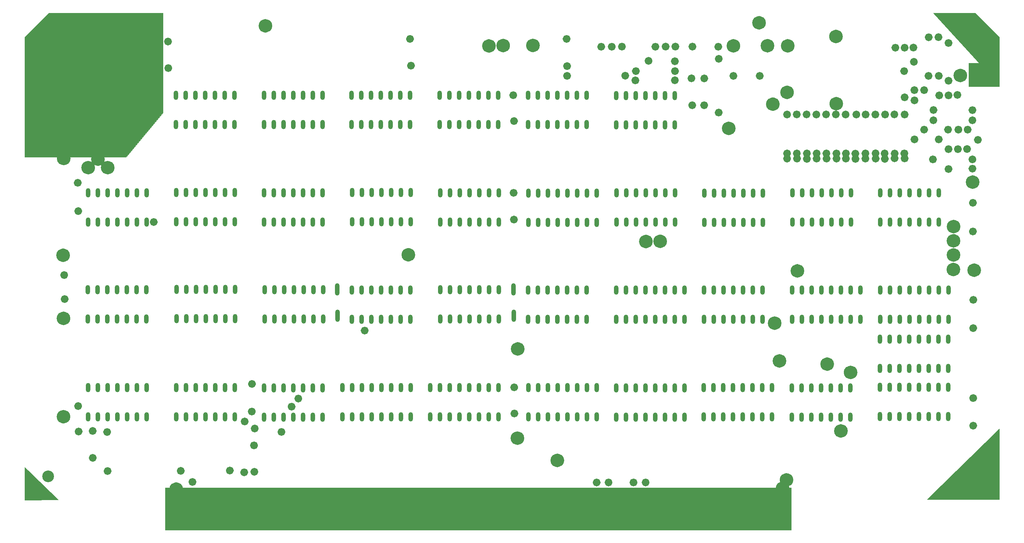
<source format=gbs>
G04 #@! TF.GenerationSoftware,KiCad,Pcbnew,8.0.6*
G04 #@! TF.CreationDate,2024-10-27T13:27:25-07:00*
G04 #@! TF.ProjectId,Dazzler1 Rev D,44617a7a-6c65-4723-9120-52657620442e,rev?*
G04 #@! TF.SameCoordinates,Original*
G04 #@! TF.FileFunction,Soldermask,Bot*
G04 #@! TF.FilePolarity,Negative*
%FSLAX46Y46*%
G04 Gerber Fmt 4.6, Leading zero omitted, Abs format (unit mm)*
G04 Created by KiCad (PCBNEW 8.0.6) date 2024-10-27 13:27:25*
%MOMM*%
%LPD*%
G01*
G04 APERTURE LIST*
%ADD10C,0.100000*%
%ADD11C,1.800000*%
%ADD12C,1.050000*%
%ADD13O,1.200000X2.400000*%
%ADD14C,3.048000*%
%ADD15O,1.200000X3.200000*%
%ADD16O,3.500000X3.500000*%
%ADD17C,1.905000*%
%ADD18O,1.905000X2.000000*%
%ADD19R,1.778000X8.382000*%
G04 APERTURE END LIST*
D10*
X57500000Y-149000000D02*
X220500000Y-149000000D01*
X220500000Y-160000000D01*
X57500000Y-160000000D01*
X57500000Y-149000000D01*
G36*
X57500000Y-149000000D02*
G01*
X220500000Y-149000000D01*
X220500000Y-160000000D01*
X57500000Y-160000000D01*
X57500000Y-149000000D01*
G37*
D11*
X61275800Y-149377400D02*
G75*
G02*
X59475800Y-149377400I-900000J0D01*
G01*
X59475800Y-149377400D02*
G75*
G02*
X61275800Y-149377400I900000J0D01*
G01*
X219162200Y-149174200D02*
G75*
G02*
X217362200Y-149174200I-900000J0D01*
G01*
X217362200Y-149174200D02*
G75*
G02*
X219162200Y-149174200I900000J0D01*
G01*
X220178200Y-146989800D02*
G75*
G02*
X218378200Y-146989800I-900000J0D01*
G01*
X218378200Y-146989800D02*
G75*
G02*
X220178200Y-146989800I900000J0D01*
G01*
X31938800Y-130530600D02*
G75*
G02*
X30138800Y-130530600I-900000J0D01*
G01*
X30138800Y-130530600D02*
G75*
G02*
X31938800Y-130530600I900000J0D01*
G01*
X31938800Y-104927400D02*
G75*
G02*
X30138800Y-104927400I-900000J0D01*
G01*
X30138800Y-104927400D02*
G75*
G02*
X31938800Y-104927400I900000J0D01*
G01*
X31837200Y-88493600D02*
G75*
G02*
X30037200Y-88493600I-900000J0D01*
G01*
X30037200Y-88493600D02*
G75*
G02*
X31837200Y-88493600I900000J0D01*
G01*
X43445000Y-65674600D02*
G75*
G02*
X41645000Y-65674600I-900000J0D01*
G01*
X41645000Y-65674600D02*
G75*
G02*
X43445000Y-65674600I900000J0D01*
G01*
X38365000Y-65674600D02*
G75*
G02*
X36565000Y-65674600I-900000J0D01*
G01*
X36565000Y-65674600D02*
G75*
G02*
X38365000Y-65674600I900000J0D01*
G01*
X40905000Y-63474600D02*
G75*
G02*
X39105000Y-63474600I-900000J0D01*
G01*
X39105000Y-63474600D02*
G75*
G02*
X40905000Y-63474600I900000J0D01*
G01*
X31989600Y-63296800D02*
G75*
G02*
X30189600Y-63296800I-900000J0D01*
G01*
X30189600Y-63296800D02*
G75*
G02*
X31989600Y-63296800I900000J0D01*
G01*
X233132200Y-49022000D02*
G75*
G02*
X231332200Y-49022000I-900000J0D01*
G01*
X231332200Y-49022000D02*
G75*
G02*
X233132200Y-49022000I900000J0D01*
G01*
X216622200Y-49149000D02*
G75*
G02*
X214822200Y-49149000I-900000J0D01*
G01*
X214822200Y-49149000D02*
G75*
G02*
X216622200Y-49149000I900000J0D01*
G01*
X220330600Y-46075600D02*
G75*
G02*
X218530600Y-46075600I-900000J0D01*
G01*
X218530600Y-46075600D02*
G75*
G02*
X220330600Y-46075600I900000J0D01*
G01*
X220508400Y-33959800D02*
G75*
G02*
X218708400Y-33959800I-900000J0D01*
G01*
X218708400Y-33959800D02*
G75*
G02*
X220508400Y-33959800I900000J0D01*
G01*
D12*
X222546400Y-63322200D02*
G75*
G02*
X221496400Y-63322200I-525000J0D01*
G01*
X221496400Y-63322200D02*
G75*
G02*
X222546400Y-63322200I525000J0D01*
G01*
X55058800Y-79832200D02*
G75*
G02*
X54008800Y-79832200I-525000J0D01*
G01*
X54008800Y-79832200D02*
G75*
G02*
X55058800Y-79832200I525000J0D01*
G01*
X245482600Y-51841400D02*
G75*
G02*
X244432600Y-51841400I-525000J0D01*
G01*
X244432600Y-51841400D02*
G75*
G02*
X245482600Y-51841400I525000J0D01*
G01*
X148759400Y-72237600D02*
G75*
G02*
X147709400Y-72237600I-525000J0D01*
G01*
X147709400Y-72237600D02*
G75*
G02*
X148759400Y-72237600I525000J0D01*
G01*
X261992600Y-60858400D02*
G75*
G02*
X260942600Y-60858400I-525000J0D01*
G01*
X260942600Y-60858400D02*
G75*
G02*
X261992600Y-60858400I525000J0D01*
G01*
X253128000Y-48158400D02*
G75*
G02*
X252078000Y-48158400I-525000J0D01*
G01*
X252078000Y-48158400D02*
G75*
G02*
X253128000Y-48158400I525000J0D01*
G01*
X78731600Y-131775200D02*
G75*
G02*
X77681600Y-131775200I-525000J0D01*
G01*
X77681600Y-131775200D02*
G75*
G02*
X78731600Y-131775200I525000J0D01*
G01*
X170374800Y-147650200D02*
G75*
G02*
X169324800Y-147650200I-525000J0D01*
G01*
X169324800Y-147650200D02*
G75*
G02*
X170374800Y-147650200I525000J0D01*
G01*
X177817000Y-41732200D02*
G75*
G02*
X176767000Y-41732200I-525000J0D01*
G01*
X176767000Y-41732200D02*
G75*
G02*
X177817000Y-41732200I525000J0D01*
G01*
X237735600Y-62026800D02*
G75*
G02*
X236685600Y-62026800I-525000J0D01*
G01*
X236685600Y-62026800D02*
G75*
G02*
X237735600Y-62026800I525000J0D01*
G01*
X195063600Y-42418000D02*
G75*
G02*
X194013600Y-42418000I-525000J0D01*
G01*
X194013600Y-42418000D02*
G75*
G02*
X195063600Y-42418000I525000J0D01*
G01*
X222470200Y-51816000D02*
G75*
G02*
X221420200Y-51816000I-525000J0D01*
G01*
X221420200Y-51816000D02*
G75*
G02*
X222470200Y-51816000I525000J0D01*
G01*
X39158400Y-134239000D02*
G75*
G02*
X38108400Y-134239000I-525000J0D01*
G01*
X38108400Y-134239000D02*
G75*
G02*
X39158400Y-134239000I525000J0D01*
G01*
X227651800Y-63322200D02*
G75*
G02*
X226601800Y-63322200I-525000J0D01*
G01*
X226601800Y-63322200D02*
G75*
G02*
X227651800Y-63322200I525000J0D01*
G01*
X148657800Y-46812200D02*
G75*
G02*
X147607800Y-46812200I-525000J0D01*
G01*
X147607800Y-46812200D02*
G75*
G02*
X148657800Y-46812200I525000J0D01*
G01*
X245355600Y-61976000D02*
G75*
G02*
X244305600Y-61976000I-525000J0D01*
G01*
X244305600Y-61976000D02*
G75*
G02*
X245355600Y-61976000I525000J0D01*
G01*
X242942600Y-51841400D02*
G75*
G02*
X241892600Y-51841400I-525000J0D01*
G01*
X241892600Y-51841400D02*
G75*
G02*
X242942600Y-51841400I525000J0D01*
G01*
X268215600Y-65938400D02*
G75*
G02*
X267165600Y-65938400I-525000J0D01*
G01*
X267165600Y-65938400D02*
G75*
G02*
X268215600Y-65938400I525000J0D01*
G01*
X81347800Y-133604000D02*
G75*
G02*
X80297800Y-133604000I-525000J0D01*
G01*
X80297800Y-133604000D02*
G75*
G02*
X81347800Y-133604000I525000J0D01*
G01*
X185665600Y-34188400D02*
G75*
G02*
X184615600Y-34188400I-525000J0D01*
G01*
X184615600Y-34188400D02*
G75*
G02*
X185665600Y-34188400I525000J0D01*
G01*
X121784600Y-32156400D02*
G75*
G02*
X120734600Y-32156400I-525000J0D01*
G01*
X120734600Y-32156400D02*
G75*
G02*
X121784600Y-32156400I525000J0D01*
G01*
X190745600Y-37973000D02*
G75*
G02*
X189695600Y-37973000I-525000J0D01*
G01*
X189695600Y-37973000D02*
G75*
G02*
X190745600Y-37973000I525000J0D01*
G01*
X65142600Y-147523200D02*
G75*
G02*
X64092600Y-147523200I-525000J0D01*
G01*
X64092600Y-147523200D02*
G75*
G02*
X65142600Y-147523200I525000J0D01*
G01*
X205985600Y-41783000D02*
G75*
G02*
X204935600Y-41783000I-525000J0D01*
G01*
X204935600Y-41783000D02*
G75*
G02*
X205985600Y-41783000I525000J0D01*
G01*
X148962600Y-129692400D02*
G75*
G02*
X147912600Y-129692400I-525000J0D01*
G01*
X147912600Y-129692400D02*
G75*
G02*
X148962600Y-129692400I525000J0D01*
G01*
X253102600Y-45491400D02*
G75*
G02*
X252052600Y-45491400I-525000J0D01*
G01*
X252052600Y-45491400D02*
G75*
G02*
X253102600Y-45491400I525000J0D01*
G01*
X242993400Y-61950600D02*
G75*
G02*
X241943400Y-61950600I-525000J0D01*
G01*
X241943400Y-61950600D02*
G75*
G02*
X242993400Y-61950600I525000J0D01*
G01*
X162678600Y-41783000D02*
G75*
G02*
X161628600Y-41783000I-525000J0D01*
G01*
X161628600Y-41783000D02*
G75*
G02*
X162678600Y-41783000I525000J0D01*
G01*
X148835600Y-79197200D02*
G75*
G02*
X147785600Y-79197200I-525000J0D01*
G01*
X147785600Y-79197200D02*
G75*
G02*
X148835600Y-79197200I525000J0D01*
G01*
X255642600Y-55778400D02*
G75*
G02*
X254592600Y-55778400I-525000J0D01*
G01*
X254592600Y-55778400D02*
G75*
G02*
X255642600Y-55778400I525000J0D01*
G01*
X180585600Y-40538400D02*
G75*
G02*
X179535600Y-40538400I-525000J0D01*
G01*
X179535600Y-40538400D02*
G75*
G02*
X180585600Y-40538400I525000J0D01*
G01*
X225111800Y-61976000D02*
G75*
G02*
X224061800Y-61976000I-525000J0D01*
G01*
X224061800Y-61976000D02*
G75*
G02*
X225111800Y-61976000I525000J0D01*
G01*
X252848600Y-34417000D02*
G75*
G02*
X251798600Y-34417000I-525000J0D01*
G01*
X251798600Y-34417000D02*
G75*
G02*
X252848600Y-34417000I525000J0D01*
G01*
X92701600Y-125806200D02*
G75*
G02*
X91651600Y-125806200I-525000J0D01*
G01*
X91651600Y-125806200D02*
G75*
G02*
X92701600Y-125806200I525000J0D01*
G01*
X171568600Y-34188400D02*
G75*
G02*
X170518600Y-34188400I-525000J0D01*
G01*
X170518600Y-34188400D02*
G75*
G02*
X171568600Y-34188400I525000J0D01*
G01*
X261865600Y-55778400D02*
G75*
G02*
X260815600Y-55778400I-525000J0D01*
G01*
X260815600Y-55778400D02*
G75*
G02*
X261865600Y-55778400I525000J0D01*
G01*
X268418800Y-107467400D02*
G75*
G02*
X267368800Y-107467400I-525000J0D01*
G01*
X267368800Y-107467400D02*
G75*
G02*
X268418800Y-107467400I525000J0D01*
G01*
X230115600Y-51816000D02*
G75*
G02*
X229065600Y-51816000I-525000J0D01*
G01*
X229065600Y-51816000D02*
G75*
G02*
X230115600Y-51816000I525000J0D01*
G01*
X180458600Y-42951400D02*
G75*
G02*
X179408600Y-42951400I-525000J0D01*
G01*
X179408600Y-42951400D02*
G75*
G02*
X180458600Y-42951400I525000J0D01*
G01*
X259579600Y-46863000D02*
G75*
G02*
X258529600Y-46863000I-525000J0D01*
G01*
X258529600Y-46863000D02*
G75*
G02*
X259579600Y-46863000I525000J0D01*
G01*
X259376400Y-31699200D02*
G75*
G02*
X258326400Y-31699200I-525000J0D01*
G01*
X258326400Y-31699200D02*
G75*
G02*
X259376400Y-31699200I525000J0D01*
G01*
X225035600Y-51816000D02*
G75*
G02*
X223985600Y-51816000I-525000J0D01*
G01*
X223985600Y-51816000D02*
G75*
G02*
X225035600Y-51816000I525000J0D01*
G01*
X232833400Y-63322200D02*
G75*
G02*
X231783400Y-63322200I-525000J0D01*
G01*
X231783400Y-63322200D02*
G75*
G02*
X232833400Y-63322200I525000J0D01*
G01*
X261992600Y-43053000D02*
G75*
G02*
X260942600Y-43053000I-525000J0D01*
G01*
X260942600Y-43053000D02*
G75*
G02*
X261992600Y-43053000I525000J0D01*
G01*
X190745600Y-42926000D02*
G75*
G02*
X189695600Y-42926000I-525000J0D01*
G01*
X189695600Y-42926000D02*
G75*
G02*
X190745600Y-42926000I525000J0D01*
G01*
X261992600Y-66040000D02*
G75*
G02*
X260942600Y-66040000I-525000J0D01*
G01*
X260942600Y-66040000D02*
G75*
G02*
X261992600Y-66040000I525000J0D01*
G01*
X188332600Y-34163000D02*
G75*
G02*
X187282600Y-34163000I-525000J0D01*
G01*
X187282600Y-34163000D02*
G75*
G02*
X188332600Y-34163000I525000J0D01*
G01*
X256836400Y-31724600D02*
G75*
G02*
X255786400Y-31724600I-525000J0D01*
G01*
X255786400Y-31724600D02*
G75*
G02*
X256836400Y-31724600I525000J0D01*
G01*
X261992600Y-33223200D02*
G75*
G02*
X260942600Y-33223200I-525000J0D01*
G01*
X260942600Y-33223200D02*
G75*
G02*
X261992600Y-33223200I525000J0D01*
G01*
X35399200Y-76987400D02*
G75*
G02*
X34349200Y-76987400I-525000J0D01*
G01*
X34349200Y-76987400D02*
G75*
G02*
X35399200Y-76987400I525000J0D01*
G01*
X258081000Y-50673000D02*
G75*
G02*
X257031000Y-50673000I-525000J0D01*
G01*
X257031000Y-50673000D02*
G75*
G02*
X258081000Y-50673000I525000J0D01*
G01*
X162551600Y-32156400D02*
G75*
G02*
X161501600Y-32156400I-525000J0D01*
G01*
X161501600Y-32156400D02*
G75*
G02*
X162551600Y-32156400I525000J0D01*
G01*
X250562600Y-51841400D02*
G75*
G02*
X249512600Y-51841400I-525000J0D01*
G01*
X249512600Y-51841400D02*
G75*
G02*
X250562600Y-51841400I525000J0D01*
G01*
X62094600Y-144627600D02*
G75*
G02*
X61044600Y-144627600I-525000J0D01*
G01*
X61044600Y-144627600D02*
G75*
G02*
X62094600Y-144627600I525000J0D01*
G01*
X243018800Y-63322200D02*
G75*
G02*
X241968800Y-63322200I-525000J0D01*
G01*
X241968800Y-63322200D02*
G75*
G02*
X243018800Y-63322200I525000J0D01*
G01*
X261992600Y-46863000D02*
G75*
G02*
X260942600Y-46863000I-525000J0D01*
G01*
X260942600Y-46863000D02*
G75*
G02*
X261992600Y-46863000I525000J0D01*
G01*
X232655600Y-51816000D02*
G75*
G02*
X231605600Y-51816000I-525000J0D01*
G01*
X231605600Y-51816000D02*
G75*
G02*
X232655600Y-51816000I525000J0D01*
G01*
X268215600Y-53340000D02*
G75*
G02*
X267165600Y-53340000I-525000J0D01*
G01*
X267165600Y-53340000D02*
G75*
G02*
X268215600Y-53340000I525000J0D01*
G01*
X195266800Y-49428400D02*
G75*
G02*
X194216800Y-49428400I-525000J0D01*
G01*
X194216800Y-49428400D02*
G75*
G02*
X195266800Y-49428400I525000J0D01*
G01*
X173473600Y-147650200D02*
G75*
G02*
X172423600Y-147650200I-525000J0D01*
G01*
X172423600Y-147650200D02*
G75*
G02*
X173473600Y-147650200I525000J0D01*
G01*
X35373800Y-127762000D02*
G75*
G02*
X34323800Y-127762000I-525000J0D01*
G01*
X34323800Y-127762000D02*
G75*
G02*
X35373800Y-127762000I525000J0D01*
G01*
X247946400Y-63246000D02*
G75*
G02*
X246896400Y-63246000I-525000J0D01*
G01*
X246896400Y-63246000D02*
G75*
G02*
X247946400Y-63246000I525000J0D01*
G01*
X230242600Y-63322200D02*
G75*
G02*
X229192600Y-63322200I-525000J0D01*
G01*
X229192600Y-63322200D02*
G75*
G02*
X230242600Y-63322200I525000J0D01*
G01*
X240351800Y-63322200D02*
G75*
G02*
X239301800Y-63322200I-525000J0D01*
G01*
X239301800Y-63322200D02*
G75*
G02*
X240351800Y-63322200I525000J0D01*
G01*
X39183800Y-141249400D02*
G75*
G02*
X38133800Y-141249400I-525000J0D01*
G01*
X38133800Y-141249400D02*
G75*
G02*
X39183800Y-141249400I525000J0D01*
G01*
X268342600Y-74828400D02*
G75*
G02*
X267292600Y-74828400I-525000J0D01*
G01*
X267292600Y-74828400D02*
G75*
G02*
X268342600Y-74828400I525000J0D01*
G01*
X245406400Y-63398400D02*
G75*
G02*
X244356400Y-63398400I-525000J0D01*
G01*
X244356400Y-63398400D02*
G75*
G02*
X245406400Y-63398400I525000J0D01*
G01*
X247895600Y-51816000D02*
G75*
G02*
X246845600Y-51816000I-525000J0D01*
G01*
X246845600Y-51816000D02*
G75*
G02*
X247895600Y-51816000I525000J0D01*
G01*
X268418800Y-132867400D02*
G75*
G02*
X267368800Y-132867400I-525000J0D01*
G01*
X267368800Y-132867400D02*
G75*
G02*
X268418800Y-132867400I525000J0D01*
G01*
X237761000Y-63398400D02*
G75*
G02*
X236711000Y-63398400I-525000J0D01*
G01*
X236711000Y-63398400D02*
G75*
G02*
X237761000Y-63398400I525000J0D01*
G01*
X225111800Y-63398400D02*
G75*
G02*
X224061800Y-63398400I-525000J0D01*
G01*
X224061800Y-63398400D02*
G75*
G02*
X225111800Y-63398400I525000J0D01*
G01*
X269638000Y-58445400D02*
G75*
G02*
X268588000Y-58445400I-525000J0D01*
G01*
X268588000Y-58445400D02*
G75*
G02*
X269638000Y-58445400I525000J0D01*
G01*
X81246200Y-144881600D02*
G75*
G02*
X80196200Y-144881600I-525000J0D01*
G01*
X80196200Y-144881600D02*
G75*
G02*
X81246200Y-144881600I525000J0D01*
G01*
X88307400Y-134493000D02*
G75*
G02*
X87257400Y-134493000I-525000J0D01*
G01*
X87257400Y-134493000D02*
G75*
G02*
X88307400Y-134493000I525000J0D01*
G01*
X148911800Y-122885200D02*
G75*
G02*
X147861800Y-122885200I-525000J0D01*
G01*
X147861800Y-122885200D02*
G75*
G02*
X148911800Y-122885200I525000J0D01*
G01*
X235271800Y-61976000D02*
G75*
G02*
X234221800Y-61976000I-525000J0D01*
G01*
X234221800Y-61976000D02*
G75*
G02*
X235271800Y-61976000I525000J0D01*
G01*
X219955600Y-61976000D02*
G75*
G02*
X218905600Y-61976000I-525000J0D01*
G01*
X218905600Y-61976000D02*
G75*
G02*
X219955600Y-61976000I525000J0D01*
G01*
X198365600Y-49428400D02*
G75*
G02*
X197315600Y-49428400I-525000J0D01*
G01*
X197315600Y-49428400D02*
G75*
G02*
X198365600Y-49428400I525000J0D01*
G01*
X259452600Y-58318400D02*
G75*
G02*
X258402600Y-58318400I-525000J0D01*
G01*
X258402600Y-58318400D02*
G75*
G02*
X259452600Y-58318400I525000J0D01*
G01*
X258055600Y-53340000D02*
G75*
G02*
X257005600Y-53340000I-525000J0D01*
G01*
X257005600Y-53340000D02*
G75*
G02*
X258055600Y-53340000I525000J0D01*
G01*
X195317600Y-34163000D02*
G75*
G02*
X194267600Y-34163000I-525000J0D01*
G01*
X194267600Y-34163000D02*
G75*
G02*
X195317600Y-34163000I525000J0D01*
G01*
X227575600Y-51841400D02*
G75*
G02*
X226525600Y-51841400I-525000J0D01*
G01*
X226525600Y-51841400D02*
G75*
G02*
X227575600Y-51841400I525000J0D01*
G01*
X80636600Y-121996200D02*
G75*
G02*
X79586600Y-121996200I-525000J0D01*
G01*
X79586600Y-121996200D02*
G75*
G02*
X80636600Y-121996200I525000J0D01*
G01*
X250562600Y-63271400D02*
G75*
G02*
X249512600Y-63271400I-525000J0D01*
G01*
X249512600Y-63271400D02*
G75*
G02*
X250562600Y-63271400I525000J0D01*
G01*
X202048600Y-34188400D02*
G75*
G02*
X200998600Y-34188400I-525000J0D01*
G01*
X200998600Y-34188400D02*
G75*
G02*
X202048600Y-34188400I525000J0D01*
G01*
X255642600Y-45491400D02*
G75*
G02*
X254592600Y-45491400I-525000J0D01*
G01*
X254592600Y-45491400D02*
G75*
G02*
X255642600Y-45491400I525000J0D01*
G01*
X253128000Y-58318400D02*
G75*
G02*
X252078000Y-58318400I-525000J0D01*
G01*
X252078000Y-58318400D02*
G75*
G02*
X253128000Y-58318400I525000J0D01*
G01*
X80585800Y-129184400D02*
G75*
G02*
X79535800Y-129184400I-525000J0D01*
G01*
X79535800Y-129184400D02*
G75*
G02*
X80585800Y-129184400I525000J0D01*
G01*
X31868600Y-99898200D02*
G75*
G02*
X30818600Y-99898200I-525000J0D01*
G01*
X30818600Y-99898200D02*
G75*
G02*
X31868600Y-99898200I525000J0D01*
G01*
X109973600Y-108102400D02*
G75*
G02*
X108923600Y-108102400I-525000J0D01*
G01*
X108923600Y-108102400D02*
G75*
G02*
X109973600Y-108102400I525000J0D01*
G01*
X266818600Y-60833000D02*
G75*
G02*
X265768600Y-60833000I-525000J0D01*
G01*
X265768600Y-60833000D02*
G75*
G02*
X266818600Y-60833000I525000J0D01*
G01*
X235195600Y-51841400D02*
G75*
G02*
X234145600Y-51841400I-525000J0D01*
G01*
X234145600Y-51841400D02*
G75*
G02*
X235195600Y-51841400I525000J0D01*
G01*
X90949000Y-127914400D02*
G75*
G02*
X89899000Y-127914400I-525000J0D01*
G01*
X89899000Y-127914400D02*
G75*
G02*
X90949000Y-127914400I525000J0D01*
G01*
X268215600Y-63525400D02*
G75*
G02*
X267165600Y-63525400I-525000J0D01*
G01*
X267165600Y-63525400D02*
G75*
G02*
X268215600Y-63525400I525000J0D01*
G01*
X179976000Y-147650200D02*
G75*
G02*
X178926000Y-147650200I-525000J0D01*
G01*
X178926000Y-147650200D02*
G75*
G02*
X179976000Y-147650200I525000J0D01*
G01*
X202150200Y-51333400D02*
G75*
G02*
X201100200Y-51333400I-525000J0D01*
G01*
X201100200Y-51333400D02*
G75*
G02*
X202150200Y-51333400I525000J0D01*
G01*
X198391000Y-42443400D02*
G75*
G02*
X197341000Y-42443400I-525000J0D01*
G01*
X197341000Y-42443400D02*
G75*
G02*
X198391000Y-42443400I525000J0D01*
G01*
X250562600Y-34442400D02*
G75*
G02*
X249512600Y-34442400I-525000J0D01*
G01*
X249512600Y-34442400D02*
G75*
G02*
X250562600Y-34442400I525000J0D01*
G01*
X190771000Y-40538400D02*
G75*
G02*
X189721000Y-40538400I-525000J0D01*
G01*
X189721000Y-40538400D02*
G75*
G02*
X190771000Y-40538400I525000J0D01*
G01*
X202175600Y-37338000D02*
G75*
G02*
X201125600Y-37338000I-525000J0D01*
G01*
X201125600Y-37338000D02*
G75*
G02*
X202175600Y-37338000I525000J0D01*
G01*
X183125600Y-147650200D02*
G75*
G02*
X182075600Y-147650200I-525000J0D01*
G01*
X182075600Y-147650200D02*
G75*
G02*
X183125600Y-147650200I525000J0D01*
G01*
X212843600Y-41783000D02*
G75*
G02*
X211793600Y-41783000I-525000J0D01*
G01*
X211793600Y-41783000D02*
G75*
G02*
X212843600Y-41783000I525000J0D01*
G01*
X190872600Y-34163000D02*
G75*
G02*
X189822600Y-34163000I-525000J0D01*
G01*
X189822600Y-34163000D02*
G75*
G02*
X190872600Y-34163000I525000J0D01*
G01*
X219955600Y-63322200D02*
G75*
G02*
X218905600Y-63322200I-525000J0D01*
G01*
X218905600Y-63322200D02*
G75*
G02*
X219955600Y-63322200I525000J0D01*
G01*
X43044600Y-144678400D02*
G75*
G02*
X41994600Y-144678400I-525000J0D01*
G01*
X41994600Y-144678400D02*
G75*
G02*
X43044600Y-144678400I525000J0D01*
G01*
X78604600Y-145008600D02*
G75*
G02*
X77554600Y-145008600I-525000J0D01*
G01*
X77554600Y-145008600D02*
G75*
G02*
X78604600Y-145008600I525000J0D01*
G01*
X174311800Y-34188400D02*
G75*
G02*
X173261800Y-34188400I-525000J0D01*
G01*
X173261800Y-34188400D02*
G75*
G02*
X174311800Y-34188400I525000J0D01*
G01*
X74870800Y-144551400D02*
G75*
G02*
X73820800Y-144551400I-525000J0D01*
G01*
X73820800Y-144551400D02*
G75*
G02*
X74870800Y-144551400I525000J0D01*
G01*
X31741600Y-93649800D02*
G75*
G02*
X30691600Y-93649800I-525000J0D01*
G01*
X30691600Y-93649800D02*
G75*
G02*
X31741600Y-93649800I525000J0D01*
G01*
X268418800Y-125679200D02*
G75*
G02*
X267368800Y-125679200I-525000J0D01*
G01*
X267368800Y-125679200D02*
G75*
G02*
X268418800Y-125679200I525000J0D01*
G01*
X259452600Y-41783000D02*
G75*
G02*
X258402600Y-41783000I-525000J0D01*
G01*
X258402600Y-41783000D02*
G75*
G02*
X259452600Y-41783000I525000J0D01*
G01*
X264431000Y-60858400D02*
G75*
G02*
X263381000Y-60858400I-525000J0D01*
G01*
X263381000Y-60858400D02*
G75*
G02*
X264431000Y-60858400I525000J0D01*
G01*
X248149600Y-34442400D02*
G75*
G02*
X247099600Y-34442400I-525000J0D01*
G01*
X247099600Y-34442400D02*
G75*
G02*
X248149600Y-34442400I525000J0D01*
G01*
X268444200Y-100101400D02*
G75*
G02*
X267394200Y-100101400I-525000J0D01*
G01*
X267394200Y-100101400D02*
G75*
G02*
X268444200Y-100101400I525000J0D01*
G01*
X247971800Y-62001400D02*
G75*
G02*
X246921800Y-62001400I-525000J0D01*
G01*
X246921800Y-62001400D02*
G75*
G02*
X247971800Y-62001400I525000J0D01*
G01*
X268215600Y-50698400D02*
G75*
G02*
X267165600Y-50698400I-525000J0D01*
G01*
X267165600Y-50698400D02*
G75*
G02*
X268215600Y-50698400I525000J0D01*
G01*
X237989600Y-51841400D02*
G75*
G02*
X236939600Y-51841400I-525000J0D01*
G01*
X236939600Y-51841400D02*
G75*
G02*
X237989600Y-51841400I525000J0D01*
G01*
X252975600Y-38125400D02*
G75*
G02*
X251925600Y-38125400I-525000J0D01*
G01*
X251925600Y-38125400D02*
G75*
G02*
X252975600Y-38125400I525000J0D01*
G01*
X148861000Y-53543200D02*
G75*
G02*
X147811000Y-53543200I-525000J0D01*
G01*
X147811000Y-53543200D02*
G75*
G02*
X148861000Y-53543200I525000J0D01*
G01*
X222495600Y-61976000D02*
G75*
G02*
X221445600Y-61976000I-525000J0D01*
G01*
X221445600Y-61976000D02*
G75*
G02*
X222495600Y-61976000I525000J0D01*
G01*
X257928600Y-63525400D02*
G75*
G02*
X256878600Y-63525400I-525000J0D01*
G01*
X256878600Y-63525400D02*
G75*
G02*
X257928600Y-63525400I525000J0D01*
G01*
X240402600Y-51841400D02*
G75*
G02*
X239352600Y-51841400I-525000J0D01*
G01*
X239352600Y-51841400D02*
G75*
G02*
X240402600Y-51841400I525000J0D01*
G01*
X227651800Y-61976000D02*
G75*
G02*
X226601800Y-61976000I-525000J0D01*
G01*
X226601800Y-61976000D02*
G75*
G02*
X227651800Y-61976000I525000J0D01*
G01*
X42917600Y-134518400D02*
G75*
G02*
X41867600Y-134518400I-525000J0D01*
G01*
X41867600Y-134518400D02*
G75*
G02*
X42917600Y-134518400I525000J0D01*
G01*
X232808000Y-61976000D02*
G75*
G02*
X231758000Y-61976000I-525000J0D01*
G01*
X231758000Y-61976000D02*
G75*
G02*
X232808000Y-61976000I525000J0D01*
G01*
X256785600Y-41783000D02*
G75*
G02*
X255735600Y-41783000I-525000J0D01*
G01*
X255735600Y-41783000D02*
G75*
G02*
X256785600Y-41783000I525000J0D01*
G01*
X81170000Y-137998200D02*
G75*
G02*
X80120000Y-137998200I-525000J0D01*
G01*
X80120000Y-137998200D02*
G75*
G02*
X81170000Y-137998200I525000J0D01*
G01*
X58767200Y-32842200D02*
G75*
G02*
X57717200Y-32842200I-525000J0D01*
G01*
X57717200Y-32842200D02*
G75*
G02*
X58767200Y-32842200I525000J0D01*
G01*
X35272200Y-69621400D02*
G75*
G02*
X34222200Y-69621400I-525000J0D01*
G01*
X34222200Y-69621400D02*
G75*
G02*
X35272200Y-69621400I525000J0D01*
G01*
X250435600Y-40538400D02*
G75*
G02*
X249385600Y-40538400I-525000J0D01*
G01*
X249385600Y-40538400D02*
G75*
G02*
X250435600Y-40538400I525000J0D01*
G01*
X176953400Y-34163000D02*
G75*
G02*
X175903400Y-34163000I-525000J0D01*
G01*
X175903400Y-34163000D02*
G75*
G02*
X176953400Y-34163000I525000J0D01*
G01*
X266971000Y-55778400D02*
G75*
G02*
X265921000Y-55778400I-525000J0D01*
G01*
X265921000Y-55778400D02*
G75*
G02*
X266971000Y-55778400I525000J0D01*
G01*
X58843400Y-39751000D02*
G75*
G02*
X57793400Y-39751000I-525000J0D01*
G01*
X57793400Y-39751000D02*
G75*
G02*
X58843400Y-39751000I525000J0D01*
G01*
X219955600Y-51841400D02*
G75*
G02*
X218905600Y-51841400I-525000J0D01*
G01*
X218905600Y-51841400D02*
G75*
G02*
X219955600Y-51841400I525000J0D01*
G01*
X250486400Y-61976000D02*
G75*
G02*
X249436400Y-61976000I-525000J0D01*
G01*
X249436400Y-61976000D02*
G75*
G02*
X250486400Y-61976000I525000J0D01*
G01*
X230191800Y-61976000D02*
G75*
G02*
X229141800Y-61976000I-525000J0D01*
G01*
X229141800Y-61976000D02*
G75*
G02*
X230191800Y-61976000I525000J0D01*
G01*
X240351800Y-61976000D02*
G75*
G02*
X239301800Y-61976000I-525000J0D01*
G01*
X239301800Y-61976000D02*
G75*
G02*
X240351800Y-61976000I525000J0D01*
G01*
X250562600Y-47371000D02*
G75*
G02*
X249512600Y-47371000I-525000J0D01*
G01*
X249512600Y-47371000D02*
G75*
G02*
X250562600Y-47371000I525000J0D01*
G01*
X183887600Y-37871400D02*
G75*
G02*
X182837600Y-37871400I-525000J0D01*
G01*
X182837600Y-37871400D02*
G75*
G02*
X183887600Y-37871400I525000J0D01*
G01*
X264558000Y-55778400D02*
G75*
G02*
X263508000Y-55778400I-525000J0D01*
G01*
X263508000Y-55778400D02*
G75*
G02*
X264558000Y-55778400I525000J0D01*
G01*
X35500800Y-134391400D02*
G75*
G02*
X34450800Y-134391400I-525000J0D01*
G01*
X34450800Y-134391400D02*
G75*
G02*
X35500800Y-134391400I525000J0D01*
G01*
X122038600Y-39116000D02*
G75*
G02*
X120988600Y-39116000I-525000J0D01*
G01*
X120988600Y-39116000D02*
G75*
G02*
X122038600Y-39116000I525000J0D01*
G01*
X264304000Y-46736000D02*
G75*
G02*
X263254000Y-46736000I-525000J0D01*
G01*
X263254000Y-46736000D02*
G75*
G02*
X264304000Y-46736000I525000J0D01*
G01*
X162678600Y-39243000D02*
G75*
G02*
X161628600Y-39243000I-525000J0D01*
G01*
X161628600Y-39243000D02*
G75*
G02*
X162678600Y-39243000I525000J0D01*
G01*
X268342600Y-82296000D02*
G75*
G02*
X267292600Y-82296000I-525000J0D01*
G01*
X267292600Y-82296000D02*
G75*
G02*
X268342600Y-82296000I525000J0D01*
G01*
X235271800Y-63322200D02*
G75*
G02*
X234221800Y-63322200I-525000J0D01*
G01*
X234221800Y-63322200D02*
G75*
G02*
X235271800Y-63322200I525000J0D01*
G01*
D11*
X263663000Y-88417400D02*
G75*
G02*
X261863000Y-88417400I-900000J0D01*
G01*
X261863000Y-88417400D02*
G75*
G02*
X263663000Y-88417400I900000J0D01*
G01*
X206360600Y-33959800D02*
G75*
G02*
X204560600Y-33959800I-900000J0D01*
G01*
X204560600Y-33959800D02*
G75*
G02*
X206360600Y-33959800I900000J0D01*
G01*
X263688400Y-81026000D02*
G75*
G02*
X261888400Y-81026000I-900000J0D01*
G01*
X261888400Y-81026000D02*
G75*
G02*
X263688400Y-81026000I900000J0D01*
G01*
X215225200Y-33934400D02*
G75*
G02*
X213425200Y-33934400I-900000J0D01*
G01*
X213425200Y-33934400D02*
G75*
G02*
X215225200Y-33934400I900000J0D01*
G01*
X234351400Y-134239000D02*
G75*
G02*
X232551400Y-134239000I-900000J0D01*
G01*
X232551400Y-134239000D02*
G75*
G02*
X234351400Y-134239000I900000J0D01*
G01*
X142708200Y-33985200D02*
G75*
G02*
X140908200Y-33985200I-900000J0D01*
G01*
X140908200Y-33985200D02*
G75*
G02*
X142708200Y-33985200I900000J0D01*
G01*
X187285200Y-84861400D02*
G75*
G02*
X185485200Y-84861400I-900000J0D01*
G01*
X185485200Y-84861400D02*
G75*
G02*
X187285200Y-84861400I900000J0D01*
G01*
X150201200Y-112877600D02*
G75*
G02*
X148401200Y-112877600I-900000J0D01*
G01*
X148401200Y-112877600D02*
G75*
G02*
X150201200Y-112877600I900000J0D01*
G01*
X263637600Y-92202000D02*
G75*
G02*
X261837600Y-92202000I-900000J0D01*
G01*
X261837600Y-92202000D02*
G75*
G02*
X263637600Y-92202000I900000J0D01*
G01*
X154163600Y-33858200D02*
G75*
G02*
X152363600Y-33858200I-900000J0D01*
G01*
X152363600Y-33858200D02*
G75*
G02*
X154163600Y-33858200I900000J0D01*
G01*
X150125000Y-136118600D02*
G75*
G02*
X148325000Y-136118600I-900000J0D01*
G01*
X148325000Y-136118600D02*
G75*
G02*
X150125000Y-136118600I900000J0D01*
G01*
X230770000Y-116840000D02*
G75*
G02*
X228970000Y-116840000I-900000J0D01*
G01*
X228970000Y-116840000D02*
G75*
G02*
X230770000Y-116840000I900000J0D01*
G01*
X265441000Y-41681400D02*
G75*
G02*
X263641000Y-41681400I-900000J0D01*
G01*
X263641000Y-41681400D02*
G75*
G02*
X265441000Y-41681400I900000J0D01*
G01*
X218349400Y-116001800D02*
G75*
G02*
X216549400Y-116001800I-900000J0D01*
G01*
X216549400Y-116001800D02*
G75*
G02*
X218349400Y-116001800I900000J0D01*
G01*
X183576800Y-84912200D02*
G75*
G02*
X181776800Y-84912200I-900000J0D01*
G01*
X181776800Y-84912200D02*
G75*
G02*
X183576800Y-84912200I900000J0D01*
G01*
X146416600Y-33883600D02*
G75*
G02*
X144616600Y-33883600I-900000J0D01*
G01*
X144616600Y-33883600D02*
G75*
G02*
X146416600Y-33883600I900000J0D01*
G01*
X121727800Y-88366600D02*
G75*
G02*
X119927800Y-88366600I-900000J0D01*
G01*
X119927800Y-88366600D02*
G75*
G02*
X121727800Y-88366600I900000J0D01*
G01*
X223023000Y-92557600D02*
G75*
G02*
X221223000Y-92557600I-900000J0D01*
G01*
X221223000Y-92557600D02*
G75*
G02*
X223023000Y-92557600I900000J0D01*
G01*
X236866000Y-118999000D02*
G75*
G02*
X235066000Y-118999000I-900000J0D01*
G01*
X235066000Y-118999000D02*
G75*
G02*
X236866000Y-118999000I900000J0D01*
G01*
X263663000Y-84734400D02*
G75*
G02*
X261863000Y-84734400I-900000J0D01*
G01*
X261863000Y-84734400D02*
G75*
G02*
X263663000Y-84734400I900000J0D01*
G01*
X160513600Y-141909800D02*
G75*
G02*
X158713600Y-141909800I-900000J0D01*
G01*
X158713600Y-141909800D02*
G75*
G02*
X160513600Y-141909800I900000J0D01*
G01*
X84516800Y-28752800D02*
G75*
G02*
X82716800Y-28752800I-900000J0D01*
G01*
X82716800Y-28752800D02*
G75*
G02*
X84516800Y-28752800I900000J0D01*
G01*
X233056000Y-31521400D02*
G75*
G02*
X231256000Y-31521400I-900000J0D01*
G01*
X231256000Y-31521400D02*
G75*
G02*
X233056000Y-31521400I900000J0D01*
G01*
X213040800Y-27965400D02*
G75*
G02*
X211240800Y-27965400I-900000J0D01*
G01*
X211240800Y-27965400D02*
G75*
G02*
X213040800Y-27965400I900000J0D01*
G01*
X268641400Y-69443600D02*
G75*
G02*
X266841400Y-69443600I-900000J0D01*
G01*
X266841400Y-69443600D02*
G75*
G02*
X268641400Y-69443600I900000J0D01*
G01*
X269047800Y-92379800D02*
G75*
G02*
X267247800Y-92379800I-900000J0D01*
G01*
X267247800Y-92379800D02*
G75*
G02*
X269047800Y-92379800I900000J0D01*
G01*
X205141400Y-55448200D02*
G75*
G02*
X203341400Y-55448200I-900000J0D01*
G01*
X203341400Y-55448200D02*
G75*
G02*
X205141400Y-55448200I900000J0D01*
G01*
X217104800Y-106172000D02*
G75*
G02*
X215304800Y-106172000I-900000J0D01*
G01*
X215304800Y-106172000D02*
G75*
G02*
X217104800Y-106172000I900000J0D01*
G01*
D10*
X29667200Y-152171400D02*
X20955000Y-152247600D01*
X20929600Y-143662400D01*
X29667200Y-152171400D01*
G36*
X29667200Y-152171400D02*
G01*
X20955000Y-152247600D01*
X20929600Y-143662400D01*
X29667200Y-152171400D01*
G37*
X56946800Y-51435000D02*
X47396400Y-62915800D01*
X20904200Y-62915800D01*
X20904200Y-31699200D01*
X27203400Y-25400000D01*
X56946800Y-25400000D01*
X56946800Y-51435000D01*
G36*
X56946800Y-51435000D02*
G01*
X47396400Y-62915800D01*
X20904200Y-62915800D01*
X20904200Y-31699200D01*
X27203400Y-25400000D01*
X56946800Y-25400000D01*
X56946800Y-51435000D01*
G37*
X274726400Y-31699200D02*
X274726400Y-44577000D01*
X266725400Y-44577000D01*
X266725400Y-38481000D01*
X269468600Y-38481000D01*
X257530600Y-25400000D01*
X268427200Y-25400000D01*
X274726400Y-31699200D01*
G36*
X274726400Y-31699200D02*
G01*
X274726400Y-44577000D01*
X266725400Y-44577000D01*
X266725400Y-38481000D01*
X269468600Y-38481000D01*
X257530600Y-25400000D01*
X268427200Y-25400000D01*
X274726400Y-31699200D01*
G37*
X274726400Y-152095200D02*
X255879600Y-152044400D01*
X274675600Y-133705600D01*
X274726400Y-152095200D01*
G36*
X274726400Y-152095200D02*
G01*
X255879600Y-152044400D01*
X274675600Y-133705600D01*
X274726400Y-152095200D01*
G37*
D13*
X129133600Y-105105200D03*
X131673600Y-105105200D03*
X134213600Y-105105200D03*
X136753600Y-105105200D03*
X139293600Y-105105200D03*
X141833600Y-105105200D03*
X144373600Y-105105200D03*
X144373600Y-97485200D03*
X141833600Y-97485200D03*
X139293600Y-97485200D03*
X136753600Y-97485200D03*
X134213600Y-97485200D03*
X131673600Y-97485200D03*
X129133600Y-97485200D03*
D14*
X268351000Y-146050000D03*
D13*
X106172000Y-79806800D03*
X108712000Y-79806800D03*
X111252000Y-79806800D03*
X113792000Y-79806800D03*
X116332000Y-79806800D03*
X118872000Y-79806800D03*
X121412000Y-79806800D03*
X121412000Y-72186800D03*
X118872000Y-72186800D03*
X116332000Y-72186800D03*
X113792000Y-72186800D03*
X111252000Y-72186800D03*
X108712000Y-72186800D03*
X106172000Y-72186800D03*
X243636800Y-130505200D03*
X246176800Y-130505200D03*
X248716800Y-130505200D03*
X251256800Y-130505200D03*
X253796800Y-130505200D03*
X256336800Y-130505200D03*
X258876800Y-130505200D03*
X261416800Y-130505200D03*
X261416800Y-122885200D03*
X258876800Y-122885200D03*
X256336800Y-122885200D03*
X253796800Y-122885200D03*
X251256800Y-122885200D03*
X248716800Y-122885200D03*
X246176800Y-122885200D03*
X243636800Y-122885200D03*
X220675200Y-130657600D03*
X223215200Y-130657600D03*
X225755200Y-130657600D03*
X228295200Y-130657600D03*
X230835200Y-130657600D03*
X233375200Y-130657600D03*
X235915200Y-130657600D03*
X235915200Y-123037600D03*
X233375200Y-123037600D03*
X230835200Y-123037600D03*
X228295200Y-123037600D03*
X225755200Y-123037600D03*
X223215200Y-123037600D03*
X220675200Y-123037600D03*
X197916800Y-79908400D03*
X200456800Y-79908400D03*
X202996800Y-79908400D03*
X205536800Y-79908400D03*
X208076800Y-79908400D03*
X210616800Y-79908400D03*
X213156800Y-79908400D03*
X213156800Y-72288400D03*
X210616800Y-72288400D03*
X208076800Y-72288400D03*
X205536800Y-72288400D03*
X202996800Y-72288400D03*
X200456800Y-72288400D03*
X197916800Y-72288400D03*
X60426600Y-130581400D03*
X62966600Y-130581400D03*
X65506600Y-130581400D03*
X68046600Y-130581400D03*
X70586600Y-130581400D03*
X73126600Y-130581400D03*
X75666600Y-130581400D03*
X75666600Y-122961400D03*
X73126600Y-122961400D03*
X70586600Y-122961400D03*
X68046600Y-122961400D03*
X65506600Y-122961400D03*
X62966600Y-122961400D03*
X60426600Y-122961400D03*
X83388200Y-105105200D03*
X85928200Y-105105200D03*
X88468200Y-105105200D03*
X91008200Y-105105200D03*
X93548200Y-105105200D03*
X96088200Y-105105200D03*
X98628200Y-105105200D03*
X98628200Y-97485200D03*
X96088200Y-97485200D03*
X93548200Y-97485200D03*
X91008200Y-97485200D03*
X88468200Y-97485200D03*
X85928200Y-97485200D03*
X83388200Y-97485200D03*
D14*
X27051000Y-146050000D03*
D15*
X102414400Y-104223800D03*
X148312200Y-104198400D03*
D13*
X106070400Y-54432200D03*
X108610400Y-54432200D03*
X111150400Y-54432200D03*
X113690400Y-54432200D03*
X116230400Y-54432200D03*
X118770400Y-54432200D03*
X121310400Y-54432200D03*
X121310400Y-46812200D03*
X118770400Y-46812200D03*
X116230400Y-46812200D03*
X113690400Y-46812200D03*
X111150400Y-46812200D03*
X108610400Y-46812200D03*
X106070400Y-46812200D03*
X243687600Y-79883000D03*
X246227600Y-79883000D03*
X248767600Y-79883000D03*
X251307600Y-79883000D03*
X253847600Y-79883000D03*
X256387600Y-79883000D03*
X258927600Y-79883000D03*
X258927600Y-72263000D03*
X256387600Y-72263000D03*
X253847600Y-72263000D03*
X251307600Y-72263000D03*
X248767600Y-72263000D03*
X246227600Y-72263000D03*
X243687600Y-72263000D03*
X83261200Y-79883000D03*
X85801200Y-79883000D03*
X88341200Y-79883000D03*
X90881200Y-79883000D03*
X93421200Y-79883000D03*
X95961200Y-79883000D03*
X98501200Y-79883000D03*
X98501200Y-72263000D03*
X95961200Y-72263000D03*
X93421200Y-72263000D03*
X90881200Y-72263000D03*
X88341200Y-72263000D03*
X85801200Y-72263000D03*
X83261200Y-72263000D03*
D14*
X27203400Y-30480000D03*
D13*
X129133600Y-79832200D03*
X131673600Y-79832200D03*
X134213600Y-79832200D03*
X136753600Y-79832200D03*
X139293600Y-79832200D03*
X141833600Y-79832200D03*
X144373600Y-79832200D03*
X144373600Y-72212200D03*
X141833600Y-72212200D03*
X139293600Y-72212200D03*
X136753600Y-72212200D03*
X134213600Y-72212200D03*
X131673600Y-72212200D03*
X129133600Y-72212200D03*
D14*
X270865600Y-41757600D03*
D13*
X243636800Y-117983000D03*
X246176800Y-117983000D03*
X248716800Y-117983000D03*
X251256800Y-117983000D03*
X253796800Y-117983000D03*
X256336800Y-117983000D03*
X258876800Y-117983000D03*
X261416800Y-117983000D03*
X261416800Y-110363000D03*
X258876800Y-110363000D03*
X256336800Y-110363000D03*
X253796800Y-110363000D03*
X251256800Y-110363000D03*
X248716800Y-110363000D03*
X246176800Y-110363000D03*
X243636800Y-110363000D03*
X83286600Y-54432200D03*
X85826600Y-54432200D03*
X88366600Y-54432200D03*
X90906600Y-54432200D03*
X93446600Y-54432200D03*
X95986600Y-54432200D03*
X98526600Y-54432200D03*
X98526600Y-46812200D03*
X95986600Y-46812200D03*
X93446600Y-46812200D03*
X90906600Y-46812200D03*
X88366600Y-46812200D03*
X85826600Y-46812200D03*
X83286600Y-46812200D03*
D16*
X40005000Y-46814600D03*
D17*
X37465000Y-65674600D03*
D18*
X40005000Y-63474600D03*
X42545000Y-65674600D03*
D13*
X103632000Y-130530600D03*
X106172000Y-130530600D03*
X108712000Y-130530600D03*
X111252000Y-130530600D03*
X113792000Y-130530600D03*
X116332000Y-130530600D03*
X118872000Y-130530600D03*
X121412000Y-130530600D03*
X121412000Y-122910600D03*
X118872000Y-122910600D03*
X116332000Y-122910600D03*
X113792000Y-122910600D03*
X111252000Y-122910600D03*
X108712000Y-122910600D03*
X106172000Y-122910600D03*
X103632000Y-122910600D03*
X60375800Y-79806800D03*
X62915800Y-79806800D03*
X65455800Y-79806800D03*
X67995800Y-79806800D03*
X70535800Y-79806800D03*
X73075800Y-79806800D03*
X75615800Y-79806800D03*
X75615800Y-72186800D03*
X73075800Y-72186800D03*
X70535800Y-72186800D03*
X67995800Y-72186800D03*
X65455800Y-72186800D03*
X62915800Y-72186800D03*
X60375800Y-72186800D03*
X129006600Y-54457600D03*
X131546600Y-54457600D03*
X134086600Y-54457600D03*
X136626600Y-54457600D03*
X139166600Y-54457600D03*
X141706600Y-54457600D03*
X144246600Y-54457600D03*
X144246600Y-46837600D03*
X141706600Y-46837600D03*
X139166600Y-46837600D03*
X136626600Y-46837600D03*
X134086600Y-46837600D03*
X131546600Y-46837600D03*
X129006600Y-46837600D03*
X37439600Y-79883000D03*
X39979600Y-79883000D03*
X42519600Y-79883000D03*
X45059600Y-79883000D03*
X47599600Y-79883000D03*
X50139600Y-79883000D03*
X52679600Y-79883000D03*
X52679600Y-72263000D03*
X50139600Y-72263000D03*
X47599600Y-72263000D03*
X45059600Y-72263000D03*
X42519600Y-72263000D03*
X39979600Y-72263000D03*
X37439600Y-72263000D03*
D15*
X102338200Y-97365800D03*
D13*
X37363400Y-105105200D03*
X39903400Y-105105200D03*
X42443400Y-105105200D03*
X44983400Y-105105200D03*
X47523400Y-105105200D03*
X50063400Y-105105200D03*
X52603400Y-105105200D03*
X52603400Y-97485200D03*
X50063400Y-97485200D03*
X47523400Y-97485200D03*
X44983400Y-97485200D03*
X42443400Y-97485200D03*
X39903400Y-97485200D03*
X37363400Y-97485200D03*
X151993600Y-54432200D03*
X154533600Y-54432200D03*
X157073600Y-54432200D03*
X159613600Y-54432200D03*
X162153600Y-54432200D03*
X164693600Y-54432200D03*
X167233600Y-54432200D03*
X167233600Y-46812200D03*
X164693600Y-46812200D03*
X162153600Y-46812200D03*
X159613600Y-46812200D03*
X157073600Y-46812200D03*
X154533600Y-46812200D03*
X151993600Y-46812200D03*
X152019000Y-105181400D03*
X154559000Y-105181400D03*
X157099000Y-105181400D03*
X159639000Y-105181400D03*
X162179000Y-105181400D03*
X164719000Y-105181400D03*
X167259000Y-105181400D03*
X167259000Y-97561400D03*
X164719000Y-97561400D03*
X162179000Y-97561400D03*
X159639000Y-97561400D03*
X157099000Y-97561400D03*
X154559000Y-97561400D03*
X152019000Y-97561400D03*
X60299600Y-54432200D03*
X62839600Y-54432200D03*
X65379600Y-54432200D03*
X67919600Y-54432200D03*
X70459600Y-54432200D03*
X72999600Y-54432200D03*
X75539600Y-54432200D03*
X75539600Y-46812200D03*
X72999600Y-46812200D03*
X70459600Y-46812200D03*
X67919600Y-46812200D03*
X65379600Y-46812200D03*
X62839600Y-46812200D03*
X60299600Y-46812200D03*
D14*
X268528800Y-31775400D03*
D15*
X148185200Y-97416600D03*
D13*
X126542800Y-130556000D03*
X129082800Y-130556000D03*
X131622800Y-130556000D03*
X134162800Y-130556000D03*
X136702800Y-130556000D03*
X139242800Y-130556000D03*
X141782800Y-130556000D03*
X144322800Y-130556000D03*
X144322800Y-122936000D03*
X141782800Y-122936000D03*
X139242800Y-122936000D03*
X136702800Y-122936000D03*
X134162800Y-122936000D03*
X131622800Y-122936000D03*
X129082800Y-122936000D03*
X126542800Y-122936000D03*
X197764400Y-130606800D03*
X200304400Y-130606800D03*
X202844400Y-130606800D03*
X205384400Y-130606800D03*
X207924400Y-130606800D03*
X210464400Y-130606800D03*
X213004400Y-130606800D03*
X215544400Y-130606800D03*
X215544400Y-122986800D03*
X213004400Y-122986800D03*
X210464400Y-122986800D03*
X207924400Y-122986800D03*
X205384400Y-122986800D03*
X202844400Y-122986800D03*
X200304400Y-122986800D03*
X197764400Y-122986800D03*
X174955200Y-54508400D03*
X177495200Y-54508400D03*
X180035200Y-54508400D03*
X182575200Y-54508400D03*
X185115200Y-54508400D03*
X187655200Y-54508400D03*
X190195200Y-54508400D03*
X190195200Y-46888400D03*
X187655200Y-46888400D03*
X185115200Y-46888400D03*
X182575200Y-46888400D03*
X180035200Y-46888400D03*
X177495200Y-46888400D03*
X174955200Y-46888400D03*
X60477400Y-105029000D03*
X63017400Y-105029000D03*
X65557400Y-105029000D03*
X68097400Y-105029000D03*
X70637400Y-105029000D03*
X73177400Y-105029000D03*
X75717400Y-105029000D03*
X75717400Y-97409000D03*
X73177400Y-97409000D03*
X70637400Y-97409000D03*
X68097400Y-97409000D03*
X65557400Y-97409000D03*
X63017400Y-97409000D03*
X60477400Y-97409000D03*
X152095200Y-79908400D03*
X154635200Y-79908400D03*
X157175200Y-79908400D03*
X159715200Y-79908400D03*
X162255200Y-79908400D03*
X164795200Y-79908400D03*
X167335200Y-79908400D03*
X169875200Y-79908400D03*
X169875200Y-72288400D03*
X167335200Y-72288400D03*
X164795200Y-72288400D03*
X162255200Y-72288400D03*
X159715200Y-72288400D03*
X157175200Y-72288400D03*
X154635200Y-72288400D03*
X152095200Y-72288400D03*
X175006000Y-79832200D03*
X177546000Y-79832200D03*
X180086000Y-79832200D03*
X182626000Y-79832200D03*
X185166000Y-79832200D03*
X187706000Y-79832200D03*
X190246000Y-79832200D03*
X190246000Y-72212200D03*
X187706000Y-72212200D03*
X185166000Y-72212200D03*
X182626000Y-72212200D03*
X180086000Y-72212200D03*
X177546000Y-72212200D03*
X175006000Y-72212200D03*
X243687600Y-105181400D03*
X246227600Y-105181400D03*
X248767600Y-105181400D03*
X251307600Y-105181400D03*
X253847600Y-105181400D03*
X256387600Y-105181400D03*
X258927600Y-105181400D03*
X261467600Y-105181400D03*
X261467600Y-97561400D03*
X258927600Y-97561400D03*
X256387600Y-97561400D03*
X253847600Y-97561400D03*
X251307600Y-97561400D03*
X248767600Y-97561400D03*
X246227600Y-97561400D03*
X243687600Y-97561400D03*
X174955200Y-130632200D03*
X177495200Y-130632200D03*
X180035200Y-130632200D03*
X182575200Y-130632200D03*
X185115200Y-130632200D03*
X187655200Y-130632200D03*
X190195200Y-130632200D03*
X192735200Y-130632200D03*
X192735200Y-123012200D03*
X190195200Y-123012200D03*
X187655200Y-123012200D03*
X185115200Y-123012200D03*
X182575200Y-123012200D03*
X180035200Y-123012200D03*
X177495200Y-123012200D03*
X174955200Y-123012200D03*
X37414200Y-130581400D03*
X39954200Y-130581400D03*
X42494200Y-130581400D03*
X45034200Y-130581400D03*
X47574200Y-130581400D03*
X50114200Y-130581400D03*
X52654200Y-130581400D03*
X52654200Y-122961400D03*
X50114200Y-122961400D03*
X47574200Y-122961400D03*
X45034200Y-122961400D03*
X42494200Y-122961400D03*
X39954200Y-122961400D03*
X37414200Y-122961400D03*
X83261200Y-130632200D03*
X85801200Y-130632200D03*
X88341200Y-130632200D03*
X90881200Y-130632200D03*
X93421200Y-130632200D03*
X95961200Y-130632200D03*
X98501200Y-130632200D03*
X98501200Y-123012200D03*
X95961200Y-123012200D03*
X93421200Y-123012200D03*
X90881200Y-123012200D03*
X88341200Y-123012200D03*
X85801200Y-123012200D03*
X83261200Y-123012200D03*
X152069800Y-130606800D03*
X154609800Y-130606800D03*
X157149800Y-130606800D03*
X159689800Y-130606800D03*
X162229800Y-130606800D03*
X164769800Y-130606800D03*
X167309800Y-130606800D03*
X169849800Y-130606800D03*
X169849800Y-122986800D03*
X167309800Y-122986800D03*
X164769800Y-122986800D03*
X162229800Y-122986800D03*
X159689800Y-122986800D03*
X157149800Y-122986800D03*
X154609800Y-122986800D03*
X152069800Y-122986800D03*
X197815200Y-105181400D03*
X200355200Y-105181400D03*
X202895200Y-105181400D03*
X205435200Y-105181400D03*
X207975200Y-105181400D03*
X210515200Y-105181400D03*
X213055200Y-105181400D03*
X213055200Y-97561400D03*
X210515200Y-97561400D03*
X207975200Y-97561400D03*
X205435200Y-97561400D03*
X202895200Y-97561400D03*
X200355200Y-97561400D03*
X197815200Y-97561400D03*
X174980600Y-105130600D03*
X177520600Y-105130600D03*
X180060600Y-105130600D03*
X182600600Y-105130600D03*
X185140600Y-105130600D03*
X187680600Y-105130600D03*
X190220600Y-105130600D03*
X192760600Y-105130600D03*
X192760600Y-97510600D03*
X190220600Y-97510600D03*
X187680600Y-97510600D03*
X185140600Y-97510600D03*
X182600600Y-97510600D03*
X180060600Y-97510600D03*
X177520600Y-97510600D03*
X174980600Y-97510600D03*
D19*
X61976000Y-155321000D03*
X65151000Y-155321000D03*
X68326000Y-155321000D03*
X71501000Y-155321000D03*
X74676000Y-155321000D03*
X77851000Y-155321000D03*
X81026000Y-155321000D03*
X84201000Y-155321000D03*
X87376000Y-155321000D03*
X90551000Y-155321000D03*
X93726000Y-155321000D03*
X96901000Y-155321000D03*
X100076000Y-155321000D03*
X103251000Y-155321000D03*
X106426000Y-155321000D03*
X109601000Y-155321000D03*
X112776000Y-155321000D03*
X115951000Y-155321000D03*
X119126000Y-155321000D03*
X122301000Y-155321000D03*
X125476000Y-155321000D03*
X128651000Y-155321000D03*
X131826000Y-155321000D03*
X135001000Y-155321000D03*
X138176000Y-155321000D03*
X141351000Y-155321000D03*
X144526000Y-155321000D03*
X147701000Y-155321000D03*
X150876000Y-155321000D03*
X154051000Y-155321000D03*
X157226000Y-155321000D03*
X160401000Y-155321000D03*
X163576000Y-155321000D03*
X166751000Y-155321000D03*
X169926000Y-155321000D03*
X173101000Y-155321000D03*
X176276000Y-155321000D03*
X179451000Y-155321000D03*
X182626000Y-155321000D03*
X185801000Y-155321000D03*
X188976000Y-155321000D03*
X192151000Y-155321000D03*
X195326000Y-155321000D03*
X198501000Y-155321000D03*
X201676000Y-155321000D03*
X204851000Y-155321000D03*
X208026000Y-155321000D03*
X211201000Y-155321000D03*
X214376000Y-155321000D03*
X217551000Y-155321000D03*
D13*
X106121200Y-105130600D03*
X108661200Y-105130600D03*
X111201200Y-105130600D03*
X113741200Y-105130600D03*
X116281200Y-105130600D03*
X118821200Y-105130600D03*
X121361200Y-105130600D03*
X121361200Y-97510600D03*
X118821200Y-97510600D03*
X116281200Y-97510600D03*
X113741200Y-97510600D03*
X111201200Y-97510600D03*
X108661200Y-97510600D03*
X106121200Y-97510600D03*
X220827600Y-79883000D03*
X223367600Y-79883000D03*
X225907600Y-79883000D03*
X228447600Y-79883000D03*
X230987600Y-79883000D03*
X233527600Y-79883000D03*
X236067600Y-79883000D03*
X236067600Y-72263000D03*
X233527600Y-72263000D03*
X230987600Y-72263000D03*
X228447600Y-72263000D03*
X225907600Y-72263000D03*
X223367600Y-72263000D03*
X220827600Y-72263000D03*
X220726000Y-105181400D03*
X223266000Y-105181400D03*
X225806000Y-105181400D03*
X228346000Y-105181400D03*
X230886000Y-105181400D03*
X233426000Y-105181400D03*
X235966000Y-105181400D03*
X238506000Y-105181400D03*
X238506000Y-97561400D03*
X235966000Y-97561400D03*
X233426000Y-97561400D03*
X230886000Y-97561400D03*
X228346000Y-97561400D03*
X225806000Y-97561400D03*
X223266000Y-97561400D03*
X220726000Y-97561400D03*
M02*

</source>
